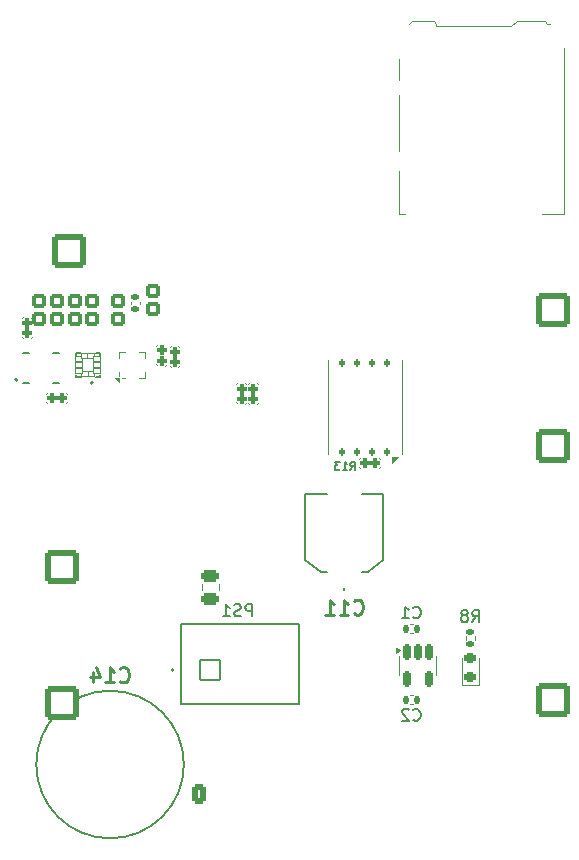
<source format=gbr>
%TF.GenerationSoftware,KiCad,Pcbnew,9.0.3*%
%TF.CreationDate,2025-12-20T12:10:28-05:00*%
%TF.ProjectId,Experimental,45787065-7269-46d6-956e-74616c2e6b69,rev?*%
%TF.SameCoordinates,Original*%
%TF.FileFunction,Legend,Bot*%
%TF.FilePolarity,Positive*%
%FSLAX46Y46*%
G04 Gerber Fmt 4.6, Leading zero omitted, Abs format (unit mm)*
G04 Created by KiCad (PCBNEW 9.0.3) date 2025-12-20 12:10:28*
%MOMM*%
%LPD*%
G01*
G04 APERTURE LIST*
G04 Aperture macros list*
%AMRoundRect*
0 Rectangle with rounded corners*
0 $1 Rounding radius*
0 $2 $3 $4 $5 $6 $7 $8 $9 X,Y pos of 4 corners*
0 Add a 4 corners polygon primitive as box body*
4,1,4,$2,$3,$4,$5,$6,$7,$8,$9,$2,$3,0*
0 Add four circle primitives for the rounded corners*
1,1,$1+$1,$2,$3*
1,1,$1+$1,$4,$5*
1,1,$1+$1,$6,$7*
1,1,$1+$1,$8,$9*
0 Add four rect primitives between the rounded corners*
20,1,$1+$1,$2,$3,$4,$5,0*
20,1,$1+$1,$4,$5,$6,$7,0*
20,1,$1+$1,$6,$7,$8,$9,0*
20,1,$1+$1,$8,$9,$2,$3,0*%
G04 Aperture macros list end*
%ADD10C,0.254000*%
%ADD11C,0.150000*%
%ADD12C,0.200000*%
%ADD13C,0.127000*%
%ADD14C,0.076200*%
%ADD15C,0.120000*%
%ADD16C,0.010000*%
%ADD17C,0.650000*%
%ADD18O,1.000000X2.100000*%
%ADD19O,1.000000X1.800000*%
%ADD20RoundRect,0.250000X-0.350000X-0.625000X0.350000X-0.625000X0.350000X0.625000X-0.350000X0.625000X0*%
%ADD21O,1.200000X1.750000*%
%ADD22RoundRect,0.250001X1.149999X-1.149999X1.149999X1.149999X-1.149999X1.149999X-1.149999X-1.149999X0*%
%ADD23C,2.800000*%
%ADD24R,1.575000X1.575000*%
%ADD25C,1.575000*%
%ADD26RoundRect,0.209750X-0.209750X-0.209750X0.209750X-0.209750X0.209750X0.209750X-0.209750X0.209750X0*%
%ADD27RoundRect,0.140000X0.140000X0.170000X-0.140000X0.170000X-0.140000X-0.170000X0.140000X-0.170000X0*%
%ADD28RoundRect,0.141750X0.425250X-0.435250X0.425250X0.435250X-0.425250X0.435250X-0.425250X-0.435250X0*%
%ADD29RoundRect,0.140000X0.170000X-0.140000X0.170000X0.140000X-0.170000X0.140000X-0.170000X-0.140000X0*%
%ADD30RoundRect,0.024930X0.267070X-0.252070X0.267070X0.252070X-0.267070X0.252070X-0.267070X-0.252070X0*%
%ADD31RoundRect,0.250000X-0.475000X0.250000X-0.475000X-0.250000X0.475000X-0.250000X0.475000X0.250000X0*%
%ADD32RoundRect,0.141750X-0.425250X0.435250X-0.425250X-0.435250X0.425250X-0.435250X0.425250X0.435250X0*%
%ADD33R,0.700000X1.200000*%
%ADD34R,1.000000X0.800000*%
%ADD35R,1.000000X1.200000*%
%ADD36R,1.000000X2.800000*%
%ADD37R,1.300000X1.900000*%
%ADD38RoundRect,0.102000X-0.855000X-0.855000X0.855000X-0.855000X0.855000X0.855000X-0.855000X0.855000X0*%
%ADD39C,1.914000*%
%ADD40RoundRect,0.209750X-0.209750X0.209750X-0.209750X-0.209750X0.209750X-0.209750X0.209750X0.209750X0*%
%ADD41RoundRect,0.150000X-0.150000X0.512500X-0.150000X-0.512500X0.150000X-0.512500X0.150000X0.512500X0*%
%ADD42RoundRect,0.209750X0.209750X-0.209750X0.209750X0.209750X-0.209750X0.209750X-0.209750X-0.209750X0*%
%ADD43R,1.600000X3.200000*%
%ADD44RoundRect,0.125000X0.125000X-0.200000X0.125000X0.200000X-0.125000X0.200000X-0.125000X-0.200000X0*%
%ADD45R,4.300000X3.400000*%
%ADD46R,0.375000X0.350000*%
%ADD47R,0.350000X0.375000*%
%ADD48RoundRect,0.135000X-0.185000X0.135000X-0.185000X-0.135000X0.185000X-0.135000X0.185000X0.135000X0*%
%ADD49RoundRect,0.218750X0.256250X-0.218750X0.256250X0.218750X-0.256250X0.218750X-0.256250X-0.218750X0*%
%ADD50R,1.020000X0.890000*%
G04 APERTURE END LIST*
D10*
X109316428Y-107414645D02*
X109376904Y-107475122D01*
X109376904Y-107475122D02*
X109558333Y-107535598D01*
X109558333Y-107535598D02*
X109679285Y-107535598D01*
X109679285Y-107535598D02*
X109860714Y-107475122D01*
X109860714Y-107475122D02*
X109981666Y-107354169D01*
X109981666Y-107354169D02*
X110042143Y-107233217D01*
X110042143Y-107233217D02*
X110102619Y-106991312D01*
X110102619Y-106991312D02*
X110102619Y-106809883D01*
X110102619Y-106809883D02*
X110042143Y-106567979D01*
X110042143Y-106567979D02*
X109981666Y-106447026D01*
X109981666Y-106447026D02*
X109860714Y-106326074D01*
X109860714Y-106326074D02*
X109679285Y-106265598D01*
X109679285Y-106265598D02*
X109558333Y-106265598D01*
X109558333Y-106265598D02*
X109376904Y-106326074D01*
X109376904Y-106326074D02*
X109316428Y-106386550D01*
X108106904Y-107535598D02*
X108832619Y-107535598D01*
X108469762Y-107535598D02*
X108469762Y-106265598D01*
X108469762Y-106265598D02*
X108590714Y-106447026D01*
X108590714Y-106447026D02*
X108711666Y-106567979D01*
X108711666Y-106567979D02*
X108832619Y-106628455D01*
X107018333Y-106688931D02*
X107018333Y-107535598D01*
X107320714Y-106205122D02*
X107623095Y-107112264D01*
X107623095Y-107112264D02*
X106836904Y-107112264D01*
D11*
X134166666Y-102026330D02*
X134214285Y-102073950D01*
X134214285Y-102073950D02*
X134357142Y-102121569D01*
X134357142Y-102121569D02*
X134452380Y-102121569D01*
X134452380Y-102121569D02*
X134595237Y-102073950D01*
X134595237Y-102073950D02*
X134690475Y-101978711D01*
X134690475Y-101978711D02*
X134738094Y-101883473D01*
X134738094Y-101883473D02*
X134785713Y-101692997D01*
X134785713Y-101692997D02*
X134785713Y-101550140D01*
X134785713Y-101550140D02*
X134738094Y-101359664D01*
X134738094Y-101359664D02*
X134690475Y-101264426D01*
X134690475Y-101264426D02*
X134595237Y-101169188D01*
X134595237Y-101169188D02*
X134452380Y-101121569D01*
X134452380Y-101121569D02*
X134357142Y-101121569D01*
X134357142Y-101121569D02*
X134214285Y-101169188D01*
X134214285Y-101169188D02*
X134166666Y-101216807D01*
X133214285Y-102121569D02*
X133785713Y-102121569D01*
X133499999Y-102121569D02*
X133499999Y-101121569D01*
X133499999Y-101121569D02*
X133595237Y-101264426D01*
X133595237Y-101264426D02*
X133690475Y-101359664D01*
X133690475Y-101359664D02*
X133785713Y-101407283D01*
X120519285Y-101941569D02*
X120519285Y-100941569D01*
X120519285Y-100941569D02*
X120138333Y-100941569D01*
X120138333Y-100941569D02*
X120043095Y-100989188D01*
X120043095Y-100989188D02*
X119995476Y-101036807D01*
X119995476Y-101036807D02*
X119947857Y-101132045D01*
X119947857Y-101132045D02*
X119947857Y-101274902D01*
X119947857Y-101274902D02*
X119995476Y-101370140D01*
X119995476Y-101370140D02*
X120043095Y-101417759D01*
X120043095Y-101417759D02*
X120138333Y-101465378D01*
X120138333Y-101465378D02*
X120519285Y-101465378D01*
X119566904Y-101893950D02*
X119424047Y-101941569D01*
X119424047Y-101941569D02*
X119185952Y-101941569D01*
X119185952Y-101941569D02*
X119090714Y-101893950D01*
X119090714Y-101893950D02*
X119043095Y-101846330D01*
X119043095Y-101846330D02*
X118995476Y-101751092D01*
X118995476Y-101751092D02*
X118995476Y-101655854D01*
X118995476Y-101655854D02*
X119043095Y-101560616D01*
X119043095Y-101560616D02*
X119090714Y-101512997D01*
X119090714Y-101512997D02*
X119185952Y-101465378D01*
X119185952Y-101465378D02*
X119376428Y-101417759D01*
X119376428Y-101417759D02*
X119471666Y-101370140D01*
X119471666Y-101370140D02*
X119519285Y-101322521D01*
X119519285Y-101322521D02*
X119566904Y-101227283D01*
X119566904Y-101227283D02*
X119566904Y-101132045D01*
X119566904Y-101132045D02*
X119519285Y-101036807D01*
X119519285Y-101036807D02*
X119471666Y-100989188D01*
X119471666Y-100989188D02*
X119376428Y-100941569D01*
X119376428Y-100941569D02*
X119138333Y-100941569D01*
X119138333Y-100941569D02*
X118995476Y-100989188D01*
X118043095Y-101941569D02*
X118614523Y-101941569D01*
X118328809Y-101941569D02*
X118328809Y-100941569D01*
X118328809Y-100941569D02*
X118424047Y-101084426D01*
X118424047Y-101084426D02*
X118519285Y-101179664D01*
X118519285Y-101179664D02*
X118614523Y-101227283D01*
X128850282Y-89566654D02*
X129084062Y-89232682D01*
X129251048Y-89566654D02*
X129251048Y-88865314D01*
X129251048Y-88865314D02*
X128983871Y-88865314D01*
X128983871Y-88865314D02*
X128917076Y-88898711D01*
X128917076Y-88898711D02*
X128883679Y-88932108D01*
X128883679Y-88932108D02*
X128850282Y-88998902D01*
X128850282Y-88998902D02*
X128850282Y-89099094D01*
X128850282Y-89099094D02*
X128883679Y-89165888D01*
X128883679Y-89165888D02*
X128917076Y-89199285D01*
X128917076Y-89199285D02*
X128983871Y-89232682D01*
X128983871Y-89232682D02*
X129251048Y-89232682D01*
X128182339Y-89566654D02*
X128583105Y-89566654D01*
X128382722Y-89566654D02*
X128382722Y-88865314D01*
X128382722Y-88865314D02*
X128449516Y-88965505D01*
X128449516Y-88965505D02*
X128516311Y-89032299D01*
X128516311Y-89032299D02*
X128583105Y-89065697D01*
X127948559Y-88865314D02*
X127514396Y-88865314D01*
X127514396Y-88865314D02*
X127748176Y-89132491D01*
X127748176Y-89132491D02*
X127647985Y-89132491D01*
X127647985Y-89132491D02*
X127581191Y-89165888D01*
X127581191Y-89165888D02*
X127547793Y-89199285D01*
X127547793Y-89199285D02*
X127514396Y-89266079D01*
X127514396Y-89266079D02*
X127514396Y-89433065D01*
X127514396Y-89433065D02*
X127547793Y-89499859D01*
X127547793Y-89499859D02*
X127581191Y-89533257D01*
X127581191Y-89533257D02*
X127647985Y-89566654D01*
X127647985Y-89566654D02*
X127848368Y-89566654D01*
X127848368Y-89566654D02*
X127915162Y-89533257D01*
X127915162Y-89533257D02*
X127948559Y-89499859D01*
X134166666Y-110692830D02*
X134214285Y-110740450D01*
X134214285Y-110740450D02*
X134357142Y-110788069D01*
X134357142Y-110788069D02*
X134452380Y-110788069D01*
X134452380Y-110788069D02*
X134595237Y-110740450D01*
X134595237Y-110740450D02*
X134690475Y-110645211D01*
X134690475Y-110645211D02*
X134738094Y-110549973D01*
X134738094Y-110549973D02*
X134785713Y-110359497D01*
X134785713Y-110359497D02*
X134785713Y-110216640D01*
X134785713Y-110216640D02*
X134738094Y-110026164D01*
X134738094Y-110026164D02*
X134690475Y-109930926D01*
X134690475Y-109930926D02*
X134595237Y-109835688D01*
X134595237Y-109835688D02*
X134452380Y-109788069D01*
X134452380Y-109788069D02*
X134357142Y-109788069D01*
X134357142Y-109788069D02*
X134214285Y-109835688D01*
X134214285Y-109835688D02*
X134166666Y-109883307D01*
X133785713Y-109883307D02*
X133738094Y-109835688D01*
X133738094Y-109835688D02*
X133642856Y-109788069D01*
X133642856Y-109788069D02*
X133404761Y-109788069D01*
X133404761Y-109788069D02*
X133309523Y-109835688D01*
X133309523Y-109835688D02*
X133261904Y-109883307D01*
X133261904Y-109883307D02*
X133214285Y-109978545D01*
X133214285Y-109978545D02*
X133214285Y-110073783D01*
X133214285Y-110073783D02*
X133261904Y-110216640D01*
X133261904Y-110216640D02*
X133833332Y-110788069D01*
X133833332Y-110788069D02*
X133214285Y-110788069D01*
D10*
X129141428Y-101687085D02*
X129201904Y-101747562D01*
X129201904Y-101747562D02*
X129383333Y-101808038D01*
X129383333Y-101808038D02*
X129504285Y-101808038D01*
X129504285Y-101808038D02*
X129685714Y-101747562D01*
X129685714Y-101747562D02*
X129806666Y-101626609D01*
X129806666Y-101626609D02*
X129867143Y-101505657D01*
X129867143Y-101505657D02*
X129927619Y-101263752D01*
X129927619Y-101263752D02*
X129927619Y-101082323D01*
X129927619Y-101082323D02*
X129867143Y-100840419D01*
X129867143Y-100840419D02*
X129806666Y-100719466D01*
X129806666Y-100719466D02*
X129685714Y-100598514D01*
X129685714Y-100598514D02*
X129504285Y-100538038D01*
X129504285Y-100538038D02*
X129383333Y-100538038D01*
X129383333Y-100538038D02*
X129201904Y-100598514D01*
X129201904Y-100598514D02*
X129141428Y-100658990D01*
X127931904Y-101808038D02*
X128657619Y-101808038D01*
X128294762Y-101808038D02*
X128294762Y-100538038D01*
X128294762Y-100538038D02*
X128415714Y-100719466D01*
X128415714Y-100719466D02*
X128536666Y-100840419D01*
X128536666Y-100840419D02*
X128657619Y-100900895D01*
X126722380Y-101808038D02*
X127448095Y-101808038D01*
X127085238Y-101808038D02*
X127085238Y-100538038D01*
X127085238Y-100538038D02*
X127206190Y-100719466D01*
X127206190Y-100719466D02*
X127327142Y-100840419D01*
X127327142Y-100840419D02*
X127448095Y-100900895D01*
D11*
X139166666Y-102439069D02*
X139499999Y-101962878D01*
X139738094Y-102439069D02*
X139738094Y-101439069D01*
X139738094Y-101439069D02*
X139357142Y-101439069D01*
X139357142Y-101439069D02*
X139261904Y-101486688D01*
X139261904Y-101486688D02*
X139214285Y-101534307D01*
X139214285Y-101534307D02*
X139166666Y-101629545D01*
X139166666Y-101629545D02*
X139166666Y-101772402D01*
X139166666Y-101772402D02*
X139214285Y-101867640D01*
X139214285Y-101867640D02*
X139261904Y-101915259D01*
X139261904Y-101915259D02*
X139357142Y-101962878D01*
X139357142Y-101962878D02*
X139738094Y-101962878D01*
X138595237Y-101867640D02*
X138690475Y-101820021D01*
X138690475Y-101820021D02*
X138738094Y-101772402D01*
X138738094Y-101772402D02*
X138785713Y-101677164D01*
X138785713Y-101677164D02*
X138785713Y-101629545D01*
X138785713Y-101629545D02*
X138738094Y-101534307D01*
X138738094Y-101534307D02*
X138690475Y-101486688D01*
X138690475Y-101486688D02*
X138595237Y-101439069D01*
X138595237Y-101439069D02*
X138404761Y-101439069D01*
X138404761Y-101439069D02*
X138309523Y-101486688D01*
X138309523Y-101486688D02*
X138261904Y-101534307D01*
X138261904Y-101534307D02*
X138214285Y-101629545D01*
X138214285Y-101629545D02*
X138214285Y-101677164D01*
X138214285Y-101677164D02*
X138261904Y-101772402D01*
X138261904Y-101772402D02*
X138309523Y-101820021D01*
X138309523Y-101820021D02*
X138404761Y-101867640D01*
X138404761Y-101867640D02*
X138595237Y-101867640D01*
X138595237Y-101867640D02*
X138690475Y-101915259D01*
X138690475Y-101915259D02*
X138738094Y-101962878D01*
X138738094Y-101962878D02*
X138785713Y-102058116D01*
X138785713Y-102058116D02*
X138785713Y-102248592D01*
X138785713Y-102248592D02*
X138738094Y-102343830D01*
X138738094Y-102343830D02*
X138690475Y-102391450D01*
X138690475Y-102391450D02*
X138595237Y-102439069D01*
X138595237Y-102439069D02*
X138404761Y-102439069D01*
X138404761Y-102439069D02*
X138309523Y-102391450D01*
X138309523Y-102391450D02*
X138261904Y-102343830D01*
X138261904Y-102343830D02*
X138214285Y-102248592D01*
X138214285Y-102248592D02*
X138214285Y-102058116D01*
X138214285Y-102058116D02*
X138261904Y-101962878D01*
X138261904Y-101962878D02*
X138309523Y-101915259D01*
X138309523Y-101915259D02*
X138404761Y-101867640D01*
D12*
%TO.C,IMU6axis1*%
X100648400Y-81925000D02*
G75*
G02*
X100448400Y-81925000I-100000J0D01*
G01*
X100448400Y-81925000D02*
G75*
G02*
X100648400Y-81925000I100000J0D01*
G01*
D13*
X101648400Y-82230000D02*
X101088400Y-82230000D01*
X103628400Y-82230000D02*
X104188400Y-82230000D01*
X101088400Y-79630000D02*
X101648400Y-79630000D01*
X103628400Y-79630000D02*
X104188400Y-79630000D01*
D12*
%TO.C,C14*%
X114750000Y-114500000D02*
G75*
G02*
X102250000Y-114500000I-6250000J0D01*
G01*
X102250000Y-114500000D02*
G75*
G02*
X114750000Y-114500000I6250000J0D01*
G01*
D14*
%TO.C,R12*%
X112544100Y-80774500D02*
G75*
G02*
X112417100Y-80647500I0J127000D01*
G01*
X113306100Y-80647500D02*
G75*
G02*
X113179100Y-80774500I-127000J0D01*
G01*
X113179100Y-78996500D02*
G75*
G02*
X113306100Y-79123500I0J-127000D01*
G01*
X112417100Y-79123500D02*
G75*
G02*
X112544100Y-78996500I127000J0D01*
G01*
D15*
%TO.C,C1*%
X134107836Y-102640000D02*
X133892164Y-102640000D01*
X134107836Y-103360000D02*
X133892164Y-103360000D01*
%TO.C,C6*%
X110998400Y-75537836D02*
X110998400Y-75322164D01*
X110278400Y-75537836D02*
X110278400Y-75322164D01*
D13*
%TO.C,Barometer1*%
X105608400Y-81530000D02*
X105608400Y-81710000D01*
X105608400Y-81710000D02*
X106008400Y-81710000D01*
X107268400Y-81710000D02*
X107668400Y-81710000D01*
X107668400Y-81710000D02*
X107668400Y-81530000D01*
X107668400Y-79830000D02*
X107668400Y-79650000D01*
X107668400Y-79650000D02*
X107268400Y-79650000D01*
X105608400Y-79830000D02*
X105608400Y-79650000D01*
X105608400Y-79650000D02*
X106008400Y-79650000D01*
D12*
X107038400Y-82180000D02*
G75*
G02*
X106838400Y-82180000I-100000J0D01*
G01*
X106838400Y-82180000D02*
G75*
G02*
X107038400Y-82180000I100000J0D01*
G01*
D15*
%TO.C,C10*%
X116265000Y-99238748D02*
X116265000Y-99761252D01*
X117735000Y-99238748D02*
X117735000Y-99761252D01*
D14*
%TO.C,R3*%
X120320900Y-84003500D02*
G75*
G02*
X120193900Y-83876500I0J127000D01*
G01*
X121082900Y-83876500D02*
G75*
G02*
X120955900Y-84003500I-127000J0D01*
G01*
X120955900Y-82225500D02*
G75*
G02*
X121082900Y-82352500I0J-127000D01*
G01*
X120193900Y-82352500D02*
G75*
G02*
X120320900Y-82225500I127000J0D01*
G01*
D15*
%TO.C,SDCard1*%
X132995000Y-67850000D02*
X132995000Y-64240000D01*
X132995000Y-62540000D02*
X132995000Y-57840000D01*
X132995000Y-56540000D02*
X132995000Y-54740000D01*
X133445000Y-67850000D02*
X132995000Y-67850000D01*
X134025000Y-51580000D02*
X133825000Y-51780000D01*
X134025000Y-51580000D02*
X135885000Y-51580000D01*
X135885000Y-51580000D02*
X136095000Y-51780000D01*
X136095000Y-51930000D02*
X136095000Y-51780000D01*
X136095000Y-51930000D02*
X142465000Y-51930000D01*
X142975000Y-51580000D02*
X142465000Y-51930000D01*
X145045000Y-67850000D02*
X146965000Y-67850000D01*
X145285000Y-51580000D02*
X142975000Y-51580000D01*
X145285000Y-51580000D02*
X145485000Y-51780000D01*
X145485000Y-51780000D02*
X145745000Y-51780000D01*
X146965000Y-67850000D02*
X146965000Y-53840000D01*
D13*
%TO.C,PS1*%
X114500000Y-109340000D02*
X114500000Y-102610000D01*
X114500000Y-102610000D02*
X124500000Y-102610000D01*
X124500000Y-102610000D02*
X124500000Y-109340000D01*
X124500000Y-109340000D02*
X114500000Y-109340000D01*
D12*
X113885000Y-106500000D02*
G75*
G02*
X113685000Y-106500000I-100000J0D01*
G01*
X113685000Y-106500000D02*
G75*
G02*
X113885000Y-106500000I100000J0D01*
G01*
D14*
%TO.C,R10*%
X103111000Y-83182500D02*
G75*
G02*
X103238000Y-83055500I127000J0D01*
G01*
X103238000Y-83944500D02*
G75*
G02*
X103111000Y-83817500I0J127000D01*
G01*
X104889000Y-83817500D02*
G75*
G02*
X104762000Y-83944500I-127000J0D01*
G01*
X104762000Y-83055500D02*
G75*
G02*
X104889000Y-83182500I0J-127000D01*
G01*
D15*
%TO.C,5v1*%
X132990000Y-106137500D02*
X132990000Y-105337500D01*
X132990000Y-106137500D02*
X132990000Y-106937500D01*
X136110000Y-106137500D02*
X136110000Y-105337500D01*
X136110000Y-106137500D02*
X136110000Y-106937500D01*
X133040000Y-104837500D02*
X132710000Y-105077500D01*
X132710000Y-104597500D01*
X133040000Y-104837500D01*
G36*
X133040000Y-104837500D02*
G01*
X132710000Y-105077500D01*
X132710000Y-104597500D01*
X133040000Y-104837500D01*
G37*
D14*
%TO.C,R6*%
X119320900Y-84003500D02*
G75*
G02*
X119193900Y-83876500I0J127000D01*
G01*
X120082900Y-83876500D02*
G75*
G02*
X119955900Y-84003500I-127000J0D01*
G01*
X119955900Y-82225500D02*
G75*
G02*
X120082900Y-82352500I0J-127000D01*
G01*
X119193900Y-82352500D02*
G75*
G02*
X119320900Y-82225500I127000J0D01*
G01*
%TO.C,R13*%
X131389000Y-89317500D02*
G75*
G02*
X131262000Y-89444500I-127000J0D01*
G01*
X131262000Y-88555500D02*
G75*
G02*
X131389000Y-88682500I0J-127000D01*
G01*
X129611000Y-88682500D02*
G75*
G02*
X129738000Y-88555500I127000J0D01*
G01*
X129738000Y-89444500D02*
G75*
G02*
X129611000Y-89317500I0J127000D01*
G01*
%TO.C,R9*%
X101182500Y-78444500D02*
G75*
G02*
X101055500Y-78317500I0J127000D01*
G01*
X101944500Y-78317500D02*
G75*
G02*
X101817500Y-78444500I-127000J0D01*
G01*
X101817500Y-76666500D02*
G75*
G02*
X101944500Y-76793500I0J-127000D01*
G01*
X101055500Y-76793500D02*
G75*
G02*
X101182500Y-76666500I127000J0D01*
G01*
%TO.C,R11*%
X113682500Y-80889000D02*
G75*
G02*
X113555500Y-80762000I0J127000D01*
G01*
X114444500Y-80762000D02*
G75*
G02*
X114317500Y-80889000I-127000J0D01*
G01*
X114317500Y-79111000D02*
G75*
G02*
X114444500Y-79238000I0J-127000D01*
G01*
X113555500Y-79238000D02*
G75*
G02*
X113682500Y-79111000I127000J0D01*
G01*
D15*
%TO.C,C2*%
X134107836Y-108640000D02*
X133892164Y-108640000D01*
X134107836Y-109360000D02*
X133892164Y-109360000D01*
D12*
%TO.C,C11*%
X126825000Y-91595000D02*
X125025000Y-91595000D01*
X125025000Y-91595000D02*
X125025000Y-97145000D01*
X125025000Y-97145000D02*
X126325000Y-98195000D01*
X126325000Y-98195000D02*
X126825000Y-98195000D01*
X129825000Y-98195000D02*
X130325000Y-98195000D01*
X130325000Y-98195000D02*
X131625000Y-97145000D01*
X131625000Y-97145000D02*
X131625000Y-91595000D01*
X131625000Y-91595000D02*
X129825000Y-91595000D01*
X128325000Y-99695000D02*
X128325000Y-99695000D01*
X128325000Y-99595000D02*
X128325000Y-99595000D01*
X128325000Y-99695000D02*
X128325000Y-99695000D01*
X128325000Y-99695000D02*
G75*
G02*
X128325000Y-99595000I0J50000D01*
G01*
X128325000Y-99595000D02*
G75*
G02*
X128325000Y-99695000I0J-50000D01*
G01*
X128325000Y-99695000D02*
G75*
G02*
X128325000Y-99595000I0J50000D01*
G01*
D15*
%TO.C,WSON-8-Flash1*%
X126965000Y-88250000D02*
X126965000Y-80250000D01*
X133185000Y-88240000D02*
X133185000Y-80250000D01*
X132385000Y-88960000D02*
X132385000Y-88480000D01*
X132865000Y-88480000D01*
X132385000Y-88960000D01*
G36*
X132385000Y-88960000D02*
G01*
X132385000Y-88480000D01*
X132865000Y-88480000D01*
X132385000Y-88960000D01*
G37*
%TO.C,Magnometer1*%
X109288400Y-81767500D02*
X109288400Y-81767500D01*
X109288400Y-81267500D02*
X109288400Y-81567500D01*
X109288400Y-80067500D02*
X109288400Y-80067500D01*
X109288400Y-79567500D02*
X109288400Y-80067500D01*
X109788400Y-81767500D02*
X109488400Y-81767500D01*
X109788400Y-79567500D02*
X109288400Y-79567500D01*
X110988400Y-81767500D02*
X111488400Y-81767500D01*
X110988400Y-79567500D02*
X110988400Y-79567500D01*
X111488400Y-81767500D02*
X111488400Y-81267500D01*
X111488400Y-81267500D02*
X111488400Y-81267500D01*
X111488400Y-80067500D02*
X111488400Y-79567500D01*
X111488400Y-79567500D02*
X110988400Y-79567500D01*
X109288400Y-82127500D02*
X108928400Y-81767500D01*
X109288400Y-81767500D01*
X109288400Y-82127500D01*
G36*
X109288400Y-82127500D02*
G01*
X108928400Y-81767500D01*
X109288400Y-81767500D01*
X109288400Y-82127500D01*
G37*
%TO.C,R8*%
X138620000Y-103633859D02*
X138620000Y-103941141D01*
X139380000Y-103633859D02*
X139380000Y-103941141D01*
%TO.C,OnLight1*%
X139735000Y-107772500D02*
X138265000Y-107772500D01*
X138265000Y-107772500D02*
X138265000Y-105487500D01*
X139735000Y-105487500D02*
X139735000Y-107772500D01*
%TD*%
%LPC*%
D16*
%TO.C,IMU6axis1*%
X101833400Y-81405000D02*
X101123400Y-81405000D01*
X101123400Y-80955000D01*
X101833400Y-80955000D01*
X101833400Y-81405000D01*
G36*
X101833400Y-81405000D02*
G01*
X101123400Y-81405000D01*
X101123400Y-80955000D01*
X101833400Y-80955000D01*
X101833400Y-81405000D01*
G37*
X101833400Y-81905000D02*
X101123400Y-81905000D01*
X101123400Y-81455000D01*
X101833400Y-81455000D01*
X101833400Y-81905000D01*
G36*
X101833400Y-81905000D02*
G01*
X101123400Y-81905000D01*
X101123400Y-81455000D01*
X101833400Y-81455000D01*
X101833400Y-81905000D01*
G37*
X101833400Y-80905000D02*
X101123400Y-80905000D01*
X101123400Y-80455000D01*
X101833400Y-80455000D01*
X101833400Y-80905000D01*
G36*
X101833400Y-80905000D02*
G01*
X101123400Y-80905000D01*
X101123400Y-80455000D01*
X101833400Y-80455000D01*
X101833400Y-80905000D01*
G37*
X101833400Y-80405000D02*
X101123400Y-80405000D01*
X101123400Y-79955000D01*
X101833400Y-79955000D01*
X101833400Y-80405000D01*
G36*
X101833400Y-80405000D02*
G01*
X101123400Y-80405000D01*
X101123400Y-79955000D01*
X101833400Y-79955000D01*
X101833400Y-80405000D01*
G37*
X102863400Y-80370000D02*
X102413400Y-80370000D01*
X102413400Y-79660000D01*
X102863400Y-79660000D01*
X102863400Y-80370000D01*
G36*
X102863400Y-80370000D02*
G01*
X102413400Y-80370000D01*
X102413400Y-79660000D01*
X102863400Y-79660000D01*
X102863400Y-80370000D01*
G37*
X102363400Y-80370000D02*
X101913400Y-80370000D01*
X101913400Y-79660000D01*
X102363400Y-79660000D01*
X102363400Y-80370000D01*
G36*
X102363400Y-80370000D02*
G01*
X101913400Y-80370000D01*
X101913400Y-79660000D01*
X102363400Y-79660000D01*
X102363400Y-80370000D01*
G37*
X103363400Y-80370000D02*
X102913400Y-80370000D01*
X102913400Y-79660000D01*
X103363400Y-79660000D01*
X103363400Y-80370000D01*
G36*
X103363400Y-80370000D02*
G01*
X102913400Y-80370000D01*
X102913400Y-79660000D01*
X103363400Y-79660000D01*
X103363400Y-80370000D01*
G37*
X104153400Y-80905000D02*
X103443400Y-80905000D01*
X103443400Y-80455000D01*
X104153400Y-80455000D01*
X104153400Y-80905000D01*
G36*
X104153400Y-80905000D02*
G01*
X103443400Y-80905000D01*
X103443400Y-80455000D01*
X104153400Y-80455000D01*
X104153400Y-80905000D01*
G37*
X104153400Y-80405000D02*
X103443400Y-80405000D01*
X103443400Y-79955000D01*
X104153400Y-79955000D01*
X104153400Y-80405000D01*
G36*
X104153400Y-80405000D02*
G01*
X103443400Y-80405000D01*
X103443400Y-79955000D01*
X104153400Y-79955000D01*
X104153400Y-80405000D01*
G37*
X104153400Y-81405000D02*
X103443400Y-81405000D01*
X103443400Y-80955000D01*
X104153400Y-80955000D01*
X104153400Y-81405000D01*
G36*
X104153400Y-81405000D02*
G01*
X103443400Y-81405000D01*
X103443400Y-80955000D01*
X104153400Y-80955000D01*
X104153400Y-81405000D01*
G37*
X104153400Y-81905000D02*
X103443400Y-81905000D01*
X103443400Y-81455000D01*
X104153400Y-81455000D01*
X104153400Y-81905000D01*
G36*
X104153400Y-81905000D02*
G01*
X103443400Y-81905000D01*
X103443400Y-81455000D01*
X104153400Y-81455000D01*
X104153400Y-81905000D01*
G37*
X102863400Y-82200000D02*
X102413400Y-82200000D01*
X102413400Y-81490000D01*
X102863400Y-81490000D01*
X102863400Y-82200000D01*
G36*
X102863400Y-82200000D02*
G01*
X102413400Y-82200000D01*
X102413400Y-81490000D01*
X102863400Y-81490000D01*
X102863400Y-82200000D01*
G37*
X103363400Y-82200000D02*
X102913400Y-82200000D01*
X102913400Y-81490000D01*
X103363400Y-81490000D01*
X103363400Y-82200000D01*
G36*
X103363400Y-82200000D02*
G01*
X102913400Y-82200000D01*
X102913400Y-81490000D01*
X103363400Y-81490000D01*
X103363400Y-82200000D01*
G37*
X102363400Y-82200000D02*
X101913400Y-82200000D01*
X101913400Y-81490000D01*
X102363400Y-81490000D01*
X102363400Y-82200000D01*
G36*
X102363400Y-82200000D02*
G01*
X101913400Y-82200000D01*
X101913400Y-81490000D01*
X102363400Y-81490000D01*
X102363400Y-82200000D01*
G37*
%TD*%
D17*
%TO.C,PowerUpload1*%
X123248400Y-114395000D03*
X129028400Y-114395000D03*
D18*
X121818400Y-113895000D03*
D19*
X121818400Y-118075000D03*
D18*
X130458400Y-113895000D03*
D19*
X130458400Y-118075000D03*
%TD*%
D20*
%TO.C,J5 -/+*%
X116000000Y-117000000D03*
D21*
X118000000Y-117000000D03*
%TD*%
D22*
%TO.C,J8*%
X145967500Y-87500000D03*
D23*
X145967500Y-82500000D03*
%TD*%
D22*
%TO.C,J1*%
X146000000Y-76000000D03*
D23*
X146000000Y-71000000D03*
%TD*%
D24*
%TO.C,C14*%
X111000000Y-114500000D03*
D25*
X106000000Y-114500000D03*
%TD*%
D22*
%TO.C,J6*%
X104467500Y-109250000D03*
D23*
X104467500Y-104250000D03*
%TD*%
D22*
%TO.C,J4*%
X146000000Y-109000000D03*
D23*
X146000000Y-104000000D03*
X146000000Y-99000000D03*
X146000000Y-94000000D03*
%TD*%
D22*
%TO.C,J3*%
X105000000Y-71000000D03*
D23*
X105000000Y-66000000D03*
X105000000Y-61000000D03*
X105000000Y-56000000D03*
%TD*%
D22*
%TO.C,J2*%
X104467500Y-97750000D03*
D23*
X104467500Y-92750000D03*
%TD*%
D26*
%TO.C,R12*%
X112861600Y-80330000D03*
X112861600Y-79441000D03*
%TD*%
D27*
%TO.C,C1*%
X134480000Y-103000000D03*
X133520000Y-103000000D03*
%TD*%
D28*
%TO.C,C9*%
X107000000Y-76740000D03*
X107000000Y-75260000D03*
%TD*%
%TO.C,C3*%
X109138400Y-76740000D03*
X109138400Y-75260000D03*
%TD*%
%TO.C,C7*%
X112138400Y-75930000D03*
X112138400Y-74450000D03*
%TD*%
D29*
%TO.C,C6*%
X110638400Y-75910000D03*
X110638400Y-74950000D03*
%TD*%
D30*
%TO.C,Barometer1*%
X106888400Y-81445000D03*
X106388400Y-81445000D03*
X105873400Y-81180000D03*
X105873400Y-80680000D03*
X105873400Y-80180000D03*
X106388400Y-79915000D03*
X106888400Y-79915000D03*
X107403400Y-80180000D03*
X107403400Y-80680000D03*
X107403400Y-81180000D03*
%TD*%
D31*
%TO.C,C10*%
X117000000Y-98550000D03*
X117000000Y-100450000D03*
%TD*%
D26*
%TO.C,R3*%
X120638400Y-83559000D03*
X120638400Y-82670000D03*
%TD*%
D32*
%TO.C,C5*%
X104000000Y-75260000D03*
X104000000Y-76740000D03*
%TD*%
D33*
%TO.C,SDCard1*%
X142745000Y-67690000D03*
X141645000Y-67690000D03*
X140545000Y-67690000D03*
X139445000Y-67690000D03*
X138345000Y-67690000D03*
X137245000Y-67690000D03*
X136145000Y-67690000D03*
X135045000Y-67690000D03*
X134095000Y-67690000D03*
D34*
X133145000Y-57190000D03*
D35*
X133145000Y-63390000D03*
D36*
X133145000Y-53040000D03*
D35*
X144295000Y-67690000D03*
D37*
X146645000Y-52590000D03*
%TD*%
D38*
%TO.C,PS1*%
X116960000Y-106500000D03*
D39*
X119500000Y-106500000D03*
X122040000Y-106500000D03*
%TD*%
D40*
%TO.C,R10*%
X103555500Y-83500000D03*
X104444500Y-83500000D03*
%TD*%
D41*
%TO.C,5v1*%
X133600000Y-105000000D03*
X134550000Y-105000000D03*
X135500000Y-105000000D03*
X135500000Y-107275000D03*
X133600000Y-107275000D03*
%TD*%
D26*
%TO.C,R6*%
X119638400Y-83559000D03*
X119638400Y-82670000D03*
%TD*%
D42*
%TO.C,R13*%
X130944500Y-89000000D03*
X130055500Y-89000000D03*
%TD*%
D26*
%TO.C,R9*%
X101500000Y-78000000D03*
X101500000Y-77111000D03*
%TD*%
D28*
%TO.C,C8*%
X105500000Y-76740000D03*
X105500000Y-75260000D03*
%TD*%
D26*
%TO.C,R11*%
X114000000Y-80444500D03*
X114000000Y-79555500D03*
%TD*%
D27*
%TO.C,C2*%
X134480000Y-109000000D03*
X133520000Y-109000000D03*
%TD*%
D43*
%TO.C,C11*%
X128325000Y-97395000D03*
X128325000Y-92395000D03*
%TD*%
D44*
%TO.C,WSON-8-Flash1*%
X131980000Y-88000000D03*
X130710000Y-88000000D03*
X129440000Y-88000000D03*
X128170000Y-88000000D03*
X128170000Y-80500000D03*
X129440000Y-80500000D03*
X130710000Y-80500000D03*
X131980000Y-80500000D03*
D45*
X130075000Y-84250000D03*
%TD*%
D46*
%TO.C,Magnometer1*%
X109625900Y-81417500D03*
X109625900Y-80917500D03*
X109625900Y-80417500D03*
X109625900Y-79917500D03*
D47*
X110138400Y-79905000D03*
X110638400Y-79905000D03*
D46*
X111150900Y-79917500D03*
X111150900Y-80417500D03*
X111150900Y-80917500D03*
X111150900Y-81417500D03*
D47*
X110638400Y-81430000D03*
X110138400Y-81430000D03*
%TD*%
D48*
%TO.C,R8*%
X139000000Y-103277500D03*
X139000000Y-104297500D03*
%TD*%
D49*
%TO.C,OnLight1*%
X139000000Y-107075000D03*
X139000000Y-105500000D03*
%TD*%
D32*
%TO.C,C4*%
X102500000Y-75260000D03*
X102500000Y-76740000D03*
%TD*%
D50*
%TO.C,C13*%
X122000000Y-99830000D03*
X122000000Y-101170000D03*
%TD*%
%LPD*%
M02*

</source>
